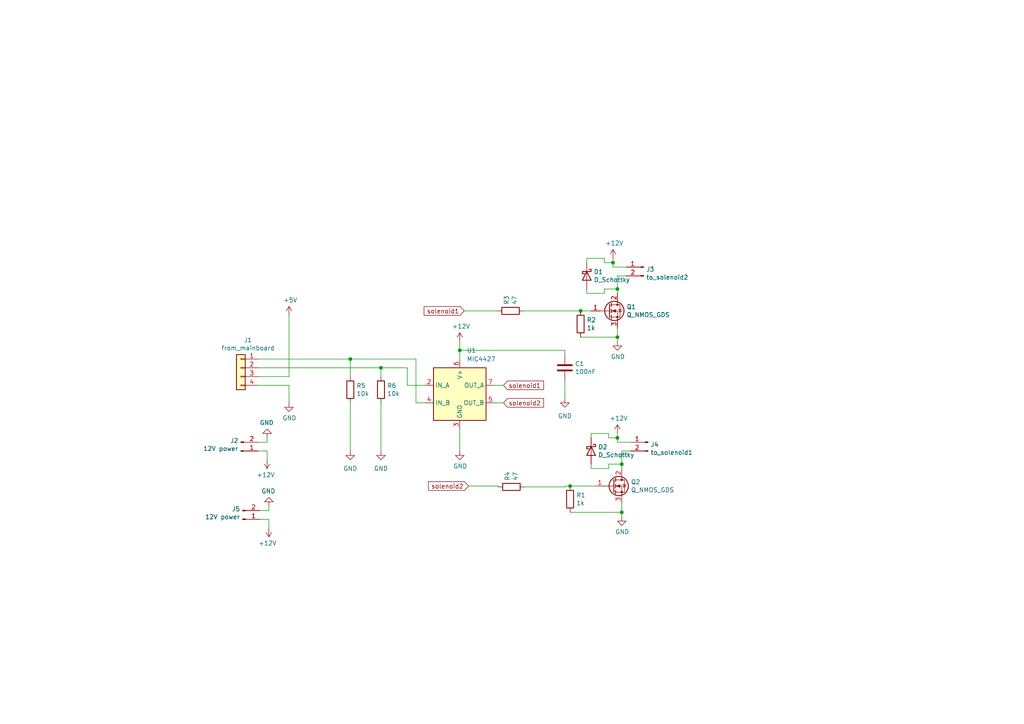
<source format=kicad_sch>
(kicad_sch (version 20211123) (generator eeschema)
  (paper "A4")
  (lib_symbols
    (symbol "Connector:Conn_01x02_Male" (pin_names (offset 1.016) hide)
      (property "Reference" "J" (at 0 2.54 0))
      (property "Value" "Conn_01x02_Male" (at 0 -5.08 0))
      (symbol "Conn_01x02_Male_1_1"
        (polyline (pts (xy 1.27 -2.54) (xy 0.8636 -2.54)) (stroke (width 0.1524)))
        (polyline (pts (xy 1.27 0) (xy 0.8636 0)) (stroke (width 0.1524)))
        (rectangle (start 0.8636 -2.413) (end 0 -2.667) (stroke (width 0.1524)) (fill (type outline)))
        (rectangle (start 0.8636 0.127) (end 0 -0.127) (stroke (width 0.1524)) (fill (type outline)))
        (pin passive line (at 5.08 0 180) (length 3.81) (name "Pin_1") (number "1"))
        (pin passive line (at 5.08 -2.54 180) (length 3.81) (name "Pin_2") (number "2"))
      )
    )
    (symbol "Connector_Generic:Conn_01x04" (pin_names (offset 1.016) hide)
      (property "Reference" "J" (at 0 5.08 0))
      (property "Value" "Conn_01x04" (at 0 -7.62 0))
      (symbol "Conn_01x04_1_1"
        (rectangle (start -1.27 -4.953) (end 0 -5.207) (stroke (width 0.1524)))
        (rectangle (start -1.27 -2.413) (end 0 -2.667) (stroke (width 0.1524)))
        (rectangle (start -1.27 0.127) (end 0 -0.127) (stroke (width 0.1524)))
        (rectangle (start -1.27 2.667) (end 0 2.413) (stroke (width 0.1524)))
        (rectangle (start -1.27 3.81) (end 1.27 -6.35) (stroke (width 0.254)) (fill (type background)))
        (pin passive line (at -5.08 2.54 0) (length 3.81) (name "Pin_1") (number "1"))
        (pin passive line (at -5.08 0 0) (length 3.81) (name "Pin_2") (number "2"))
        (pin passive line (at -5.08 -2.54 0) (length 3.81) (name "Pin_3") (number "3"))
        (pin passive line (at -5.08 -5.08 0) (length 3.81) (name "Pin_4") (number "4"))
      )
    )
    (symbol "Device:C" (pin_numbers hide) (pin_names (offset 0.254))
      (property "Reference" "C" (at 0.635 2.54 0))
      (property "Value" "C" (at 0.635 -2.54 0))
      (symbol "C_0_1"
        (polyline (pts (xy -2.032 -0.762) (xy 2.032 -0.762)) (stroke (width 0.508)))
        (polyline (pts (xy -2.032 0.762) (xy 2.032 0.762)) (stroke (width 0.508)))
      )
      (symbol "C_1_1"
        (pin passive line (at 0 3.81 270) (length 2.794) (name "~") (number "1"))
        (pin passive line (at 0 -3.81 90) (length 2.794) (name "~") (number "2"))
      )
    )
    (symbol "Device:D_Schottky" (pin_numbers hide) (pin_names (offset 1.016) hide)
      (property "Reference" "D" (at 0 2.54 0))
      (property "Value" "D_Schottky" (at 0 -2.54 0))
      (symbol "D_Schottky_0_1"
        (polyline (pts (xy 1.27 0) (xy -1.27 0)))
        (polyline (pts (xy 1.27 1.27) (xy 1.27 -1.27) (xy -1.27 0) (xy 1.27 1.27)) (stroke (width 0.254)))
        (polyline (pts (xy -1.905 0.635) (xy -1.905 1.27) (xy -1.27 1.27) (xy -1.27 -1.27) (xy -0.635 -1.27) (xy -0.635 -0.635)) (stroke (width 0.254)))
      )
      (symbol "D_Schottky_1_1"
        (pin passive line (at -3.81 0 0) (length 2.54) (name "K") (number "1"))
        (pin passive line (at 3.81 0 180) (length 2.54) (name "A") (number "2"))
      )
    )
    (symbol "Device:Q_NMOS_GDS" (pin_names (offset 0) hide)
      (property "Reference" "Q" (at 5.08 1.27 0))
      (property "Value" "Q_NMOS_GDS" (at 5.08 -1.27 0))
      (symbol "Q_NMOS_GDS_0_1"
        (polyline (pts (xy 0.254 0) (xy -2.54 0)))
        (polyline (pts (xy 0.254 1.905) (xy 0.254 -1.905)) (stroke (width 0.254)))
        (polyline (pts (xy 0.762 -1.27) (xy 0.762 -2.286)) (stroke (width 0.254)))
        (polyline (pts (xy 0.762 0.508) (xy 0.762 -0.508)) (stroke (width 0.254)))
        (polyline (pts (xy 0.762 2.286) (xy 0.762 1.27)) (stroke (width 0.254)))
        (polyline (pts (xy 2.54 2.54) (xy 2.54 1.778)))
        (polyline (pts (xy 2.54 -2.54) (xy 2.54 0) (xy 0.762 0)))
        (polyline (pts (xy 0.762 -1.778) (xy 3.302 -1.778) (xy 3.302 1.778) (xy 0.762 1.778)))
        (polyline (pts (xy 1.016 0) (xy 2.032 0.381) (xy 2.032 -0.381) (xy 1.016 0)) (fill (type outline)))
        (polyline (pts (xy 2.794 0.508) (xy 2.921 0.381) (xy 3.683 0.381) (xy 3.81 0.254)))
        (polyline (pts (xy 3.302 0.381) (xy 2.921 -0.254) (xy 3.683 -0.254) (xy 3.302 0.381)))
        (circle (center 1.651 0) (radius 2.794) (stroke (width 0.254)))
        (circle (center 2.54 -1.778) (radius 0.254) (fill (type outline)))
        (circle (center 2.54 1.778) (radius 0.254) (fill (type outline)))
      )
      (symbol "Q_NMOS_GDS_1_1"
        (pin input line (at -5.08 0 0) (length 2.54) (name "G") (number "1"))
        (pin passive line (at 2.54 5.08 270) (length 2.54) (name "D") (number "2"))
        (pin passive line (at 2.54 -5.08 90) (length 2.54) (name "S") (number "3"))
      )
    )
    (symbol "Device:R" (pin_numbers hide) (pin_names (offset 0))
      (property "Reference" "R" (at 2.032 0 90))
      (property "Value" "R" (at 0 0 90))
      (symbol "R_0_1"
        (rectangle (start -1.016 -2.54) (end 1.016 2.54) (stroke (width 0.254)))
      )
      (symbol "R_1_1"
        (pin passive line (at 0 3.81 270) (length 1.27) (name "~") (number "1"))
        (pin passive line (at 0 -3.81 90) (length 1.27) (name "~") (number "2"))
      )
    )
    (symbol "Driver_FET:MIC4427"
      (property "Reference" "U" (at -7.62 8.89 0))
      (property "Value" "MIC4427" (at 1.27 8.89 0))
      (symbol "MIC4427_0_1"
        (rectangle (start -7.62 -7.62) (end 7.62 7.62) (stroke (width 0.254)) (fill (type background)))
      )
      (symbol "MIC4427_1_1"
        (pin no_connect line (at -7.62 0 0) (length 2.54) hide (name "NC") (number "1"))
        (pin input line (at -10.16 2.54 0) (length 2.54) (name "IN_A") (number "2"))
        (pin power_in line (at 0 -10.16 90) (length 2.54) (name "GND") (number "3"))
        (pin input line (at -10.16 -2.54 0) (length 2.54) (name "IN_B") (number "4"))
        (pin output line (at 10.16 -2.54 180) (length 2.54) (name "OUT_B") (number "5"))
        (pin power_in line (at 0 10.16 270) (length 2.54) (name "V+") (number "6"))
        (pin output line (at 10.16 2.54 180) (length 2.54) (name "OUT_A") (number "7"))
        (pin no_connect line (at 7.62 0 180) (length 2.54) hide (name "NC") (number "8"))
      )
    )
    (symbol "power:+12V" (power) (pin_names (offset 0))
      (property "Value" "+12V" (at 0 3.556 0))
      (symbol "+12V_0_1"
        (polyline (pts (xy -0.762 1.27) (xy 0 2.54)))
        (polyline (pts (xy 0 0) (xy 0 2.54)))
        (polyline (pts (xy 0 2.54) (xy 0.762 1.27)))
      )
      (symbol "+12V_1_1"
        (pin power_in line (at 0 0 90) (length 0) hide (name "+12V") (number "1"))
      )
    )
    (symbol "power:+5V" (power) (pin_names (offset 0))
      (property "Value" "+5V" (at 0 3.556 0))
      (symbol "+5V_0_1"
        (polyline (pts (xy -0.762 1.27) (xy 0 2.54)))
        (polyline (pts (xy 0 0) (xy 0 2.54)))
        (polyline (pts (xy 0 2.54) (xy 0.762 1.27)))
      )
      (symbol "+5V_1_1"
        (pin power_in line (at 0 0 90) (length 0) hide (name "+5V") (number "1"))
      )
    )
    (symbol "power:GND" (power) (pin_names (offset 0))
      (property "Value" "GND" (at 0 -3.81 0))
      (symbol "GND_0_1"
        (polyline (pts (xy 0 0) (xy 0 -1.27) (xy 1.27 -1.27) (xy 0 -2.54) (xy -1.27 -1.27) (xy 0 -1.27)))
      )
      (symbol "GND_1_1"
        (pin power_in line (at 0 0 270) (length 0) hide (name "GND") (number "1"))
      )
    )
  )
  (junction (at 177.8 76.2))
  (junction (at 179.07 83.82))
  (junction (at 179.07 127))
  (junction (at 101.6 104.14))
  (junction (at 179.07 97.79))
  (junction (at 133.35 101.6))
  (junction (at 165.354 140.97))
  (junction (at 110.49 106.68))
  (junction (at 168.402 90.17))
  (junction (at 180.34 134.62))
  (junction (at 180.34 148.59))
  (wire (pts (xy 120.65 116.84) (xy 123.19 116.84)))
  (wire (pts (xy 74.93 104.14) (xy 101.6 104.14)))
  (wire (pts (xy 135.89 140.97) (xy 144.526 140.97)))
  (wire (pts (xy 175.26 83.82) (xy 175.26 85.09)))
  (wire (pts (xy 176.53 127) (xy 179.07 127)))
  (wire (pts (xy 83.82 109.22) (xy 83.82 91.44)))
  (wire (pts (xy 74.93 130.81) (xy 77.47 130.81)))
  (wire (pts (xy 182.88 130.81) (xy 180.34 130.81)))
  (wire (pts (xy 175.26 76.2) (xy 177.8 76.2)))
  (wire (pts (xy 170.18 85.09) (xy 175.26 85.09)))
  (wire (pts (xy 151.892 90.17) (xy 168.402 90.17)))
  (wire (pts (xy 134.62 90.17) (xy 144.272 90.17)))
  (wire (pts (xy 110.49 106.68) (xy 118.11 106.68)))
  (wire (pts (xy 165.354 140.97) (xy 172.72 140.97)))
  (wire (pts (xy 118.11 106.68) (xy 118.11 111.76)))
  (wire (pts (xy 180.34 130.81) (xy 180.34 134.62)))
  (wire (pts (xy 133.35 99.06) (xy 133.35 101.6)))
  (wire (pts (xy 77.978 148.082) (xy 75.438 148.082)))
  (wire (pts (xy 133.35 124.46) (xy 133.35 130.81)))
  (wire (pts (xy 83.82 111.76) (xy 83.82 116.84)))
  (wire (pts (xy 101.6 104.14) (xy 120.65 104.14)))
  (wire (pts (xy 171.45 90.17) (xy 168.402 90.17)))
  (wire (pts (xy 179.07 128.27) (xy 182.88 128.27)))
  (wire (pts (xy 163.83 110.49) (xy 163.83 115.57)))
  (wire (pts (xy 171.45 125.73) (xy 171.45 127)))
  (wire (pts (xy 120.65 104.14) (xy 120.65 116.84)))
  (wire (pts (xy 180.34 146.05) (xy 180.34 148.59)))
  (wire (pts (xy 176.53 135.89) (xy 171.45 135.89)))
  (wire (pts (xy 181.61 80.01) (xy 179.07 80.01)))
  (wire (pts (xy 77.47 128.27) (xy 74.93 128.27)))
  (wire (pts (xy 118.11 111.76) (xy 123.19 111.76)))
  (wire (pts (xy 179.07 83.82) (xy 175.26 83.82)))
  (wire (pts (xy 176.53 125.73) (xy 176.53 127)))
  (wire (pts (xy 171.45 125.73) (xy 176.53 125.73)))
  (wire (pts (xy 144.526 140.97) (xy 144.526 141.224)))
  (wire (pts (xy 77.47 127) (xy 77.47 128.27)))
  (wire (pts (xy 170.18 83.82) (xy 170.18 85.09)))
  (wire (pts (xy 171.45 134.62) (xy 171.45 135.89)))
  (wire (pts (xy 143.51 111.76) (xy 146.05 111.76)))
  (wire (pts (xy 110.49 106.68) (xy 110.49 109.22)))
  (wire (pts (xy 179.07 80.01) (xy 179.07 83.82)))
  (wire (pts (xy 74.93 111.76) (xy 83.82 111.76)))
  (wire (pts (xy 143.51 116.84) (xy 146.05 116.84)))
  (wire (pts (xy 75.438 150.622) (xy 77.978 150.622)))
  (wire (pts (xy 101.6 104.14) (xy 101.6 109.22)))
  (wire (pts (xy 170.18 74.93) (xy 170.18 76.2)))
  (wire (pts (xy 175.26 74.93) (xy 175.26 76.2)))
  (wire (pts (xy 101.6 116.84) (xy 101.6 130.81)))
  (wire (pts (xy 77.978 150.622) (xy 77.978 153.162)))
  (wire (pts (xy 180.34 148.59) (xy 180.34 149.86)))
  (wire (pts (xy 77.47 130.81) (xy 77.47 133.35)))
  (wire (pts (xy 168.402 97.79) (xy 179.07 97.79)))
  (wire (pts (xy 179.07 95.25) (xy 179.07 97.79)))
  (wire (pts (xy 164.084 140.97) (xy 165.354 140.97)))
  (wire (pts (xy 179.07 125.73) (xy 179.07 127)))
  (wire (pts (xy 133.35 101.6) (xy 133.35 104.14)))
  (wire (pts (xy 110.49 116.84) (xy 110.49 130.81)))
  (wire (pts (xy 74.93 109.22) (xy 83.82 109.22)))
  (wire (pts (xy 165.354 148.59) (xy 180.34 148.59)))
  (wire (pts (xy 180.34 134.62) (xy 176.53 134.62)))
  (wire (pts (xy 133.35 101.6) (xy 163.83 101.6)))
  (wire (pts (xy 170.18 74.93) (xy 175.26 74.93)))
  (wire (pts (xy 179.07 97.79) (xy 179.07 99.06)))
  (wire (pts (xy 179.07 83.82) (xy 179.07 85.09)))
  (wire (pts (xy 74.93 106.68) (xy 110.49 106.68)))
  (wire (pts (xy 163.83 101.6) (xy 163.83 102.87)))
  (wire (pts (xy 180.34 134.62) (xy 180.34 135.89)))
  (wire (pts (xy 152.146 141.224) (xy 164.084 141.224)))
  (wire (pts (xy 164.084 141.224) (xy 164.084 140.97)))
  (wire (pts (xy 176.53 134.62) (xy 176.53 135.89)))
  (wire (pts (xy 179.07 127) (xy 179.07 128.27)))
  (wire (pts (xy 177.8 74.93) (xy 177.8 76.2)))
  (wire (pts (xy 77.978 146.812) (xy 77.978 148.082)))
  (wire (pts (xy 177.8 77.47) (xy 181.61 77.47)))
  (wire (pts (xy 177.8 76.2) (xy 177.8 77.47)))
  (global_label "solenoid1" (shape input) (at 134.62 90.17 180) (property "Intersheet References" "${INTERSHEET_REFS}" (effects hide)))
  (global_label "solenoid2" (shape input) (at 146.05 116.84 0) (property "Intersheet References" "${INTERSHEET_REFS}" (effects hide)))
  (global_label "solenoid1" (shape input) (at 146.05 111.76 0) (property "Intersheet References" "${INTERSHEET_REFS}" (effects hide)))
  (global_label "solenoid2" (shape input) (at 135.89 140.97 180) (property "Intersheet References" "${INTERSHEET_REFS}" (effects hide)))
  (symbol (lib_id "Device:R") (at 165.354 144.78 180) (unit 1)
    (property "Reference" "R1" (at 167.132 143.6116 0) (effects (justify right)))
    (property "Value" "1k" (at 167.132 145.923 0) (effects (justify right)))
    (property "Footprint" "Resistor_THT:R_Box_L13.0mm_W4.0mm_P9.00mm" (effects hide))
  )
  (symbol (lib_id "Connector_Generic:Conn_01x04") (at 69.85 106.68 0) (mirror y) (unit 1)
    (property "Reference" "J1" (at 71.9328 98.6282 0))
    (property "Value" "from_mainboard" (at 71.9328 100.9396 0))
    (property "Footprint" "Connector_JST:JST_XH_B4B-XH-A_1x04_P2.50mm_Vertical" (effects hide))
  )
  (symbol (lib_id "power:GND") (at 83.82 116.84 0) (unit 1)
    (property "Reference" "#PWR02" (effects hide))
    (property "Value" "GND" (at 83.947 121.2342 0))
  )
  (symbol (lib_id "power:+5V") (at 83.82 91.44 0) (unit 1)
    (property "Reference" "#PWR01" (effects hide))
    (property "Value" "+5V" (at 84.201 87.0458 0))
  )
  (symbol (lib_id "Device:Q_NMOS_GDS") (at 177.8 140.97 0) (unit 1)
    (property "Reference" "Q2" (at 182.9816 139.8016 0) (effects (justify left)))
    (property "Value" "Q_NMOS_GDS" (at 182.9816 142.113 0) (effects (justify left)))
    (property "Footprint" "Package_TO_SOT_THT:TO-220-3_Vertical" (effects hide))
  )
  (symbol (lib_id "power:GND") (at 180.34 149.86 0) (unit 1)
    (property "Reference" "#PWR08" (effects hide))
    (property "Value" "GND" (at 180.467 154.2542 0))
  )
  (symbol (lib_id "Connector:Conn_01x02_Male") (at 187.96 128.27 0) (mirror y) (unit 1)
    (property "Reference" "J4" (at 188.6712 128.9304 0) (effects (justify right)))
    (property "Value" "to_solenoid1" (at 188.6712 131.2418 0) (effects (justify right)))
    (property "Footprint" "Connector_JST:JST_XH_B2B-XH-A_1x02_P2.50mm_Vertical" (effects hide))
  )
  (symbol (lib_id "Connector:Conn_01x02_Male") (at 69.85 130.81 0) (mirror x) (unit 1)
    (property "Reference" "J2" (at 69.1388 127.8128 0) (effects (justify right)))
    (property "Value" "12V power" (at 69.1388 130.1242 0) (effects (justify right)))
    (property "Footprint" "Connector_JST:JST_XH_B2B-XH-A_1x02_P2.50mm_Vertical" (effects hide))
  )
  (symbol (lib_id "power:+12V") (at 77.47 133.35 180) (unit 1)
    (property "Reference" "#PWR04" (effects hide))
    (property "Value" "+12V" (at 77.089 137.7442 0))
  )
  (symbol (lib_id "power:GND") (at 77.47 127 180) (unit 1)
    (property "Reference" "#PWR03" (effects hide))
    (property "Value" "GND" (at 77.343 122.6058 0))
  )
  (symbol (lib_id "power:+12V") (at 179.07 125.73 0) (unit 1)
    (property "Reference" "#PWR07" (effects hide))
    (property "Value" "+12V" (at 179.451 121.3358 0))
  )
  (symbol (lib_id "Device:R") (at 168.402 93.98 180) (unit 1)
    (property "Reference" "R2" (at 170.18 92.8116 0) (effects (justify right)))
    (property "Value" "1k" (at 170.18 95.123 0) (effects (justify right)))
    (property "Footprint" "Resistor_THT:R_Box_L13.0mm_W4.0mm_P9.00mm" (effects hide))
  )
  (symbol (lib_id "Device:Q_NMOS_GDS") (at 176.53 90.17 0) (unit 1)
    (property "Reference" "Q1" (at 181.7116 89.0016 0) (effects (justify left)))
    (property "Value" "Q_NMOS_GDS" (at 181.7116 91.313 0) (effects (justify left)))
    (property "Footprint" "Package_TO_SOT_THT:TO-220-3_Vertical" (effects hide))
  )
  (symbol (lib_id "power:GND") (at 179.07 99.06 0) (unit 1)
    (property "Reference" "#PWR06" (effects hide))
    (property "Value" "GND" (at 179.197 103.4542 0))
  )
  (symbol (lib_id "Connector:Conn_01x02_Male") (at 186.69 77.47 0) (mirror y) (unit 1)
    (property "Reference" "J3" (at 187.4012 78.1304 0) (effects (justify right)))
    (property "Value" "to_solenoid2" (at 187.4012 80.4418 0) (effects (justify right)))
    (property "Footprint" "Connector_JST:JST_XH_B2B-XH-A_1x02_P2.50mm_Vertical" (effects hide))
  )
  (symbol (lib_id "power:+12V") (at 177.8 74.93 0) (unit 1)
    (property "Reference" "#PWR05" (effects hide))
    (property "Value" "+12V" (at 178.181 70.5358 0))
  )
  (symbol (lib_id "Device:D_Schottky") (at 170.18 80.01 270) (unit 1)
    (property "Reference" "D1" (at 172.212 78.8416 90) (effects (justify left)))
    (property "Value" "D_Schottky" (at 172.212 81.153 90) (effects (justify left)))
    (property "Footprint" "Diode_THT:D_DO-201AD_P15.24mm_Horizontal" (effects hide))
  )
  (symbol (lib_id "Device:D_Schottky") (at 171.45 130.81 270) (unit 1)
    (property "Reference" "D2" (at 173.482 129.6416 90) (effects (justify left)))
    (property "Value" "D_Schottky" (at 173.482 131.953 90) (effects (justify left)))
    (property "Footprint" "Diode_THT:D_DO-201AD_P15.24mm_Horizontal" (effects hide))
  )
  (symbol (lib_id "power:GND") (at 101.6 130.81 0) (unit 1)
    (property "Reference" "#PWR0104" (effects hide))
    (property "Value" "GND" (at 101.6 135.89 0))
  )
  (symbol (lib_id "power:+12V") (at 133.35 99.06 0) (unit 1)
    (property "Reference" "#PWR0102" (effects hide))
    (property "Value" "+12V" (at 133.731 94.6658 0))
  )
  (symbol (lib_id "Device:C") (at 163.83 106.68 0) (unit 1)
    (property "Reference" "C1" (at 166.751 105.5116 0) (effects (justify left)))
    (property "Value" "100nF" (at 166.751 107.823 0) (effects (justify left)))
    (property "Footprint" "Capacitor_THT:C_Disc_D7.0mm_W2.5mm_P5.00mm" (effects hide))
  )
  (symbol (lib_id "power:GND") (at 163.83 115.57 0) (unit 1)
    (property "Reference" "#PWR0103" (effects hide))
    (property "Value" "GND" (at 163.83 120.65 0))
  )
  (symbol (lib_id "Device:R") (at 101.6 113.03 180) (unit 1)
    (property "Reference" "R5" (at 103.378 111.8616 0) (effects (justify right)))
    (property "Value" "10k" (at 103.378 114.173 0) (effects (justify right)))
    (property "Footprint" "Resistor_THT:R_Box_L13.0mm_W4.0mm_P9.00mm" (effects hide))
  )
  (symbol (lib_id "power:+12V") (at 77.978 153.162 180) (unit 1)
    (property "Reference" "#PWR010" (effects hide))
    (property "Value" "+12V" (at 77.597 157.5562 0))
  )
  (symbol (lib_id "Connector:Conn_01x02_Male") (at 70.358 150.622 0) (mirror x) (unit 1)
    (property "Reference" "J5" (at 69.6468 147.6248 0) (effects (justify right)))
    (property "Value" "12V power" (at 69.6468 149.9362 0) (effects (justify right)))
    (property "Footprint" "Connector_JST:JST_XH_B2B-XH-A_1x02_P2.50mm_Vertical" (effects hide))
  )
  (symbol (lib_id "power:GND") (at 77.978 146.812 180) (unit 1)
    (property "Reference" "#PWR09" (effects hide))
    (property "Value" "GND" (at 77.851 142.4178 0))
  )
  (symbol (lib_id "Device:R") (at 148.336 141.224 270) (unit 1)
    (property "Reference" "R4" (at 147.1676 139.446 0) (effects (justify right)))
    (property "Value" "47" (at 149.479 139.446 0) (effects (justify right)))
    (property "Footprint" "Resistor_THT:R_Box_L13.0mm_W4.0mm_P9.00mm" (effects hide))
  )
  (symbol (lib_id "Device:R") (at 148.082 90.17 270) (unit 1)
    (property "Reference" "R3" (at 146.9136 88.392 0) (effects (justify right)))
    (property "Value" "47" (at 149.225 88.392 0) (effects (justify right)))
    (property "Footprint" "Resistor_THT:R_Box_L13.0mm_W4.0mm_P9.00mm" (effects hide))
  )
  (symbol (lib_id "power:GND") (at 133.35 130.81 0) (unit 1)
    (property "Reference" "#PWR0101" (effects hide))
    (property "Value" "GND" (at 133.477 135.2042 0))
  )
  (symbol (lib_id "Driver_FET:MIC4427") (at 133.35 114.3 0) (unit 1)
    (property "Reference" "U1" (at 135.3694 101.6 0) (effects (justify left)))
    (property "Value" "MIC4427" (at 135.3694 104.14 0) (effects (justify left)))
    (property "Footprint" "Package_DIP:DIP-8_W7.62mm" (effects hide))
    (property "Datasheet" "http://ww1.microchip.com/downloads/en/DeviceDoc/mic4426.pdf" (effects hide))
  )
  (symbol (lib_id "Device:R") (at 110.49 113.03 180) (unit 1)
    (property "Reference" "R6" (at 112.268 111.8616 0) (effects (justify right)))
    (property "Value" "10k" (at 112.268 114.173 0) (effects (justify right)))
    (property "Footprint" "Resistor_THT:R_Box_L13.0mm_W4.0mm_P9.00mm" (effects hide))
  )
  (symbol (lib_id "power:GND") (at 110.49 130.81 0) (unit 1)
    (property "Reference" "#PWR0105" (effects hide))
    (property "Value" "GND" (at 110.49 135.89 0))
  )
)
</source>
